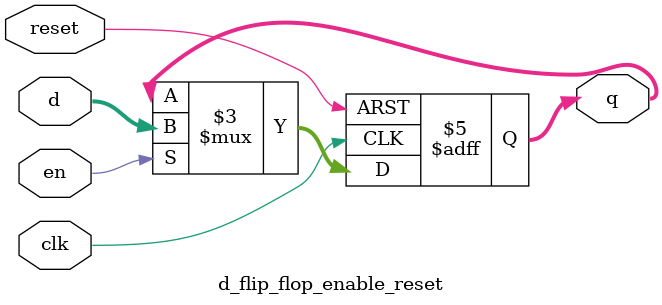
<source format=v>
module d_flip_flop_enable_reset(
    input            clk, reset, en,
    input      [3:0] d,
    output reg [3:0] q
);

    always @(posedge clk or negedge reset) begin
        if (reset == 1'b0)
            q <= 4'b0;
        else if(en)
            q <= d;
    end

endmodule 
</source>
